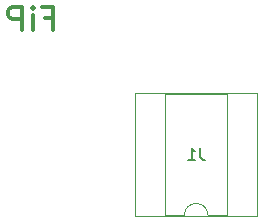
<source format=gbr>
%TF.GenerationSoftware,KiCad,Pcbnew,(5.1.6)-1*%
%TF.CreationDate,2020-07-16T10:06:32+01:00*%
%TF.ProjectId,Jag_Speedy_VRConditioner,4a61675f-5370-4656-9564-795f5652436f,rev?*%
%TF.SameCoordinates,Original*%
%TF.FileFunction,Legend,Bot*%
%TF.FilePolarity,Positive*%
%FSLAX46Y46*%
G04 Gerber Fmt 4.6, Leading zero omitted, Abs format (unit mm)*
G04 Created by KiCad (PCBNEW (5.1.6)-1) date 2020-07-16 10:06:32*
%MOMM*%
%LPD*%
G01*
G04 APERTURE LIST*
%ADD10C,0.300000*%
%ADD11C,0.120000*%
%ADD12C,0.150000*%
G04 APERTURE END LIST*
D10*
X134540476Y-79867142D02*
X135207142Y-79867142D01*
X135207142Y-80914761D02*
X135207142Y-78914761D01*
X134254761Y-78914761D01*
X133492857Y-80914761D02*
X133492857Y-79581428D01*
X133492857Y-78914761D02*
X133588095Y-79010000D01*
X133492857Y-79105238D01*
X133397619Y-79010000D01*
X133492857Y-78914761D01*
X133492857Y-79105238D01*
X132540476Y-80914761D02*
X132540476Y-78914761D01*
X131778571Y-78914761D01*
X131588095Y-79010000D01*
X131492857Y-79105238D01*
X131397619Y-79295714D01*
X131397619Y-79581428D01*
X131492857Y-79771904D01*
X131588095Y-79867142D01*
X131778571Y-79962380D01*
X132540476Y-79962380D01*
D11*
%TO.C,J1*%
X152460000Y-96640000D02*
X142180000Y-96640000D01*
X152460000Y-86240000D02*
X152460000Y-96640000D01*
X142180000Y-86240000D02*
X152460000Y-86240000D01*
X142180000Y-96640000D02*
X142180000Y-86240000D01*
X149970000Y-96580000D02*
X148320000Y-96580000D01*
X149970000Y-86300000D02*
X149970000Y-96580000D01*
X144670000Y-86300000D02*
X149970000Y-86300000D01*
X144670000Y-96580000D02*
X144670000Y-86300000D01*
X146320000Y-96580000D02*
X144670000Y-96580000D01*
X148320000Y-96580000D02*
G75*
G03*
X146320000Y-96580000I-1000000J0D01*
G01*
D12*
X147653333Y-90892380D02*
X147653333Y-91606666D01*
X147700952Y-91749523D01*
X147796190Y-91844761D01*
X147939047Y-91892380D01*
X148034285Y-91892380D01*
X146653333Y-91892380D02*
X147224761Y-91892380D01*
X146939047Y-91892380D02*
X146939047Y-90892380D01*
X147034285Y-91035238D01*
X147129523Y-91130476D01*
X147224761Y-91178095D01*
%TD*%
M02*

</source>
